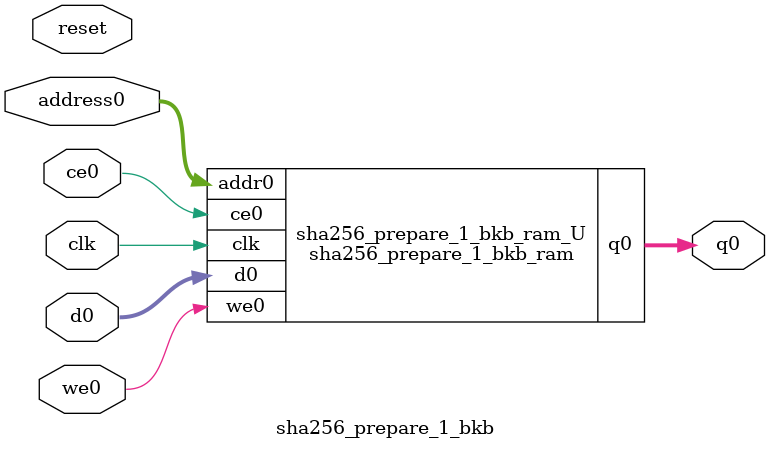
<source format=v>
`timescale 1 ns / 1 ps
module sha256_prepare_1_bkb_ram (addr0, ce0, d0, we0, q0,  clk);

parameter DWIDTH = 8;
parameter AWIDTH = 7;
parameter MEM_SIZE = 128;

input[AWIDTH-1:0] addr0;
input ce0;
input[DWIDTH-1:0] d0;
input we0;
output reg[DWIDTH-1:0] q0;
input clk;

(* ram_style = "block" *)reg [DWIDTH-1:0] ram[0:MEM_SIZE-1];




always @(posedge clk)  
begin 
    if (ce0) begin
        if (we0) 
            ram[addr0] <= d0; 
        q0 <= ram[addr0];
    end
end


endmodule

`timescale 1 ns / 1 ps
module sha256_prepare_1_bkb(
    reset,
    clk,
    address0,
    ce0,
    we0,
    d0,
    q0);

parameter DataWidth = 32'd8;
parameter AddressRange = 32'd128;
parameter AddressWidth = 32'd7;
input reset;
input clk;
input[AddressWidth - 1:0] address0;
input ce0;
input we0;
input[DataWidth - 1:0] d0;
output[DataWidth - 1:0] q0;



sha256_prepare_1_bkb_ram sha256_prepare_1_bkb_ram_U(
    .clk( clk ),
    .addr0( address0 ),
    .ce0( ce0 ),
    .we0( we0 ),
    .d0( d0 ),
    .q0( q0 ));

endmodule


</source>
